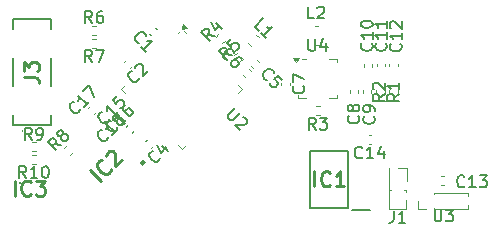
<source format=gbr>
%TF.GenerationSoftware,KiCad,Pcbnew,8.0.6*%
%TF.CreationDate,2025-01-20T01:55:32+01:00*%
%TF.ProjectId,Thermometer_CD_Project,54686572-6d6f-46d6-9574-65725f43445f,rev?*%
%TF.SameCoordinates,Original*%
%TF.FileFunction,Legend,Top*%
%TF.FilePolarity,Positive*%
%FSLAX46Y46*%
G04 Gerber Fmt 4.6, Leading zero omitted, Abs format (unit mm)*
G04 Created by KiCad (PCBNEW 8.0.6) date 2025-01-20 01:55:32*
%MOMM*%
%LPD*%
G01*
G04 APERTURE LIST*
%ADD10C,0.150000*%
%ADD11C,0.254000*%
%ADD12C,0.120000*%
%ADD13C,0.200000*%
%ADD14C,0.100000*%
%ADD15C,0.250000*%
G04 APERTURE END LIST*
D10*
X165419580Y-89396666D02*
X165467200Y-89444285D01*
X165467200Y-89444285D02*
X165514819Y-89587142D01*
X165514819Y-89587142D02*
X165514819Y-89682380D01*
X165514819Y-89682380D02*
X165467200Y-89825237D01*
X165467200Y-89825237D02*
X165371961Y-89920475D01*
X165371961Y-89920475D02*
X165276723Y-89968094D01*
X165276723Y-89968094D02*
X165086247Y-90015713D01*
X165086247Y-90015713D02*
X164943390Y-90015713D01*
X164943390Y-90015713D02*
X164752914Y-89968094D01*
X164752914Y-89968094D02*
X164657676Y-89920475D01*
X164657676Y-89920475D02*
X164562438Y-89825237D01*
X164562438Y-89825237D02*
X164514819Y-89682380D01*
X164514819Y-89682380D02*
X164514819Y-89587142D01*
X164514819Y-89587142D02*
X164562438Y-89444285D01*
X164562438Y-89444285D02*
X164610057Y-89396666D01*
X164514819Y-89063332D02*
X164514819Y-88396666D01*
X164514819Y-88396666D02*
X165514819Y-88825237D01*
X144922885Y-94410669D02*
X144350466Y-94309654D01*
X144518824Y-94814730D02*
X143811718Y-94107623D01*
X143811718Y-94107623D02*
X144081092Y-93838249D01*
X144081092Y-93838249D02*
X144182107Y-93804577D01*
X144182107Y-93804577D02*
X144249450Y-93804577D01*
X144249450Y-93804577D02*
X144350466Y-93838249D01*
X144350466Y-93838249D02*
X144451481Y-93939264D01*
X144451481Y-93939264D02*
X144485153Y-94040280D01*
X144485153Y-94040280D02*
X144485153Y-94107623D01*
X144485153Y-94107623D02*
X144451481Y-94208638D01*
X144451481Y-94208638D02*
X144182107Y-94478012D01*
X144922885Y-93602547D02*
X144821870Y-93636219D01*
X144821870Y-93636219D02*
X144754527Y-93636219D01*
X144754527Y-93636219D02*
X144653511Y-93602547D01*
X144653511Y-93602547D02*
X144619840Y-93568875D01*
X144619840Y-93568875D02*
X144586168Y-93467860D01*
X144586168Y-93467860D02*
X144586168Y-93400516D01*
X144586168Y-93400516D02*
X144619840Y-93299501D01*
X144619840Y-93299501D02*
X144754527Y-93164814D01*
X144754527Y-93164814D02*
X144855542Y-93131142D01*
X144855542Y-93131142D02*
X144922885Y-93131142D01*
X144922885Y-93131142D02*
X145023901Y-93164814D01*
X145023901Y-93164814D02*
X145057572Y-93198486D01*
X145057572Y-93198486D02*
X145091244Y-93299501D01*
X145091244Y-93299501D02*
X145091244Y-93366845D01*
X145091244Y-93366845D02*
X145057572Y-93467860D01*
X145057572Y-93467860D02*
X144922885Y-93602547D01*
X144922885Y-93602547D02*
X144889214Y-93703562D01*
X144889214Y-93703562D02*
X144889214Y-93770906D01*
X144889214Y-93770906D02*
X144922885Y-93871921D01*
X144922885Y-93871921D02*
X145057572Y-94006608D01*
X145057572Y-94006608D02*
X145158588Y-94040280D01*
X145158588Y-94040280D02*
X145225931Y-94040280D01*
X145225931Y-94040280D02*
X145326946Y-94006608D01*
X145326946Y-94006608D02*
X145461633Y-93871921D01*
X145461633Y-93871921D02*
X145495305Y-93770906D01*
X145495305Y-93770906D02*
X145495305Y-93703562D01*
X145495305Y-93703562D02*
X145461633Y-93602547D01*
X145461633Y-93602547D02*
X145326946Y-93467860D01*
X145326946Y-93467860D02*
X145225931Y-93434188D01*
X145225931Y-93434188D02*
X145158588Y-93434188D01*
X145158588Y-93434188D02*
X145057572Y-93467860D01*
X146540038Y-91327997D02*
X146540038Y-91395341D01*
X146540038Y-91395341D02*
X146472694Y-91530028D01*
X146472694Y-91530028D02*
X146405351Y-91597371D01*
X146405351Y-91597371D02*
X146270664Y-91664715D01*
X146270664Y-91664715D02*
X146135977Y-91664715D01*
X146135977Y-91664715D02*
X146034962Y-91631043D01*
X146034962Y-91631043D02*
X145866603Y-91530028D01*
X145866603Y-91530028D02*
X145765588Y-91429013D01*
X145765588Y-91429013D02*
X145664572Y-91260654D01*
X145664572Y-91260654D02*
X145630901Y-91159639D01*
X145630901Y-91159639D02*
X145630901Y-91024952D01*
X145630901Y-91024952D02*
X145698244Y-90890265D01*
X145698244Y-90890265D02*
X145765588Y-90822921D01*
X145765588Y-90822921D02*
X145900275Y-90755578D01*
X145900275Y-90755578D02*
X145967618Y-90755578D01*
X147280816Y-90721906D02*
X146876755Y-91125967D01*
X147078786Y-90923936D02*
X146371679Y-90216830D01*
X146371679Y-90216830D02*
X146405351Y-90385188D01*
X146405351Y-90385188D02*
X146405351Y-90519875D01*
X146405351Y-90519875D02*
X146371679Y-90620891D01*
X146809412Y-89779097D02*
X147280817Y-89307692D01*
X147280817Y-89307692D02*
X147684878Y-90317845D01*
X151507786Y-85723274D02*
X151440442Y-85723274D01*
X151440442Y-85723274D02*
X151305755Y-85655930D01*
X151305755Y-85655930D02*
X151238412Y-85588587D01*
X151238412Y-85588587D02*
X151171068Y-85453900D01*
X151171068Y-85453900D02*
X151171068Y-85319213D01*
X151171068Y-85319213D02*
X151204740Y-85218198D01*
X151204740Y-85218198D02*
X151305755Y-85049839D01*
X151305755Y-85049839D02*
X151406770Y-84948824D01*
X151406770Y-84948824D02*
X151575129Y-84847808D01*
X151575129Y-84847808D02*
X151676144Y-84814137D01*
X151676144Y-84814137D02*
X151810831Y-84814137D01*
X151810831Y-84814137D02*
X151945518Y-84881480D01*
X151945518Y-84881480D02*
X152012862Y-84948824D01*
X152012862Y-84948824D02*
X152080205Y-85083511D01*
X152080205Y-85083511D02*
X152080205Y-85150854D01*
X152113877Y-86464052D02*
X151709816Y-86059991D01*
X151911847Y-86262022D02*
X152618953Y-85554915D01*
X152618953Y-85554915D02*
X152450595Y-85588587D01*
X152450595Y-85588587D02*
X152315908Y-85588587D01*
X152315908Y-85588587D02*
X152214892Y-85554915D01*
X171379580Y-91966666D02*
X171427200Y-92014285D01*
X171427200Y-92014285D02*
X171474819Y-92157142D01*
X171474819Y-92157142D02*
X171474819Y-92252380D01*
X171474819Y-92252380D02*
X171427200Y-92395237D01*
X171427200Y-92395237D02*
X171331961Y-92490475D01*
X171331961Y-92490475D02*
X171236723Y-92538094D01*
X171236723Y-92538094D02*
X171046247Y-92585713D01*
X171046247Y-92585713D02*
X170903390Y-92585713D01*
X170903390Y-92585713D02*
X170712914Y-92538094D01*
X170712914Y-92538094D02*
X170617676Y-92490475D01*
X170617676Y-92490475D02*
X170522438Y-92395237D01*
X170522438Y-92395237D02*
X170474819Y-92252380D01*
X170474819Y-92252380D02*
X170474819Y-92157142D01*
X170474819Y-92157142D02*
X170522438Y-92014285D01*
X170522438Y-92014285D02*
X170570057Y-91966666D01*
X171474819Y-91490475D02*
X171474819Y-91299999D01*
X171474819Y-91299999D02*
X171427200Y-91204761D01*
X171427200Y-91204761D02*
X171379580Y-91157142D01*
X171379580Y-91157142D02*
X171236723Y-91061904D01*
X171236723Y-91061904D02*
X171046247Y-91014285D01*
X171046247Y-91014285D02*
X170665295Y-91014285D01*
X170665295Y-91014285D02*
X170570057Y-91061904D01*
X170570057Y-91061904D02*
X170522438Y-91109523D01*
X170522438Y-91109523D02*
X170474819Y-91204761D01*
X170474819Y-91204761D02*
X170474819Y-91395237D01*
X170474819Y-91395237D02*
X170522438Y-91490475D01*
X170522438Y-91490475D02*
X170570057Y-91538094D01*
X170570057Y-91538094D02*
X170665295Y-91585713D01*
X170665295Y-91585713D02*
X170903390Y-91585713D01*
X170903390Y-91585713D02*
X170998628Y-91538094D01*
X170998628Y-91538094D02*
X171046247Y-91490475D01*
X171046247Y-91490475D02*
X171093866Y-91395237D01*
X171093866Y-91395237D02*
X171093866Y-91204761D01*
X171093866Y-91204761D02*
X171046247Y-91109523D01*
X171046247Y-91109523D02*
X170998628Y-91061904D01*
X170998628Y-91061904D02*
X170903390Y-91014285D01*
D11*
X141754318Y-88623332D02*
X142661461Y-88623332D01*
X142661461Y-88623332D02*
X142842889Y-88683809D01*
X142842889Y-88683809D02*
X142963842Y-88804761D01*
X142963842Y-88804761D02*
X143024318Y-88986190D01*
X143024318Y-88986190D02*
X143024318Y-89107142D01*
X141754318Y-88139523D02*
X141754318Y-87353332D01*
X141754318Y-87353332D02*
X142238127Y-87776666D01*
X142238127Y-87776666D02*
X142238127Y-87595237D01*
X142238127Y-87595237D02*
X142298603Y-87474285D01*
X142298603Y-87474285D02*
X142359080Y-87413809D01*
X142359080Y-87413809D02*
X142480032Y-87353332D01*
X142480032Y-87353332D02*
X142782413Y-87353332D01*
X142782413Y-87353332D02*
X142903365Y-87413809D01*
X142903365Y-87413809D02*
X142963842Y-87474285D01*
X142963842Y-87474285D02*
X143024318Y-87595237D01*
X143024318Y-87595237D02*
X143024318Y-87958094D01*
X143024318Y-87958094D02*
X142963842Y-88079047D01*
X142963842Y-88079047D02*
X142903365Y-88139523D01*
X141010237Y-98674318D02*
X141010237Y-97404318D01*
X142340714Y-98553365D02*
X142280238Y-98613842D01*
X142280238Y-98613842D02*
X142098809Y-98674318D01*
X142098809Y-98674318D02*
X141977857Y-98674318D01*
X141977857Y-98674318D02*
X141796428Y-98613842D01*
X141796428Y-98613842D02*
X141675476Y-98492889D01*
X141675476Y-98492889D02*
X141614999Y-98371937D01*
X141614999Y-98371937D02*
X141554523Y-98130032D01*
X141554523Y-98130032D02*
X141554523Y-97948603D01*
X141554523Y-97948603D02*
X141614999Y-97706699D01*
X141614999Y-97706699D02*
X141675476Y-97585746D01*
X141675476Y-97585746D02*
X141796428Y-97464794D01*
X141796428Y-97464794D02*
X141977857Y-97404318D01*
X141977857Y-97404318D02*
X142098809Y-97404318D01*
X142098809Y-97404318D02*
X142280238Y-97464794D01*
X142280238Y-97464794D02*
X142340714Y-97525270D01*
X142764047Y-97404318D02*
X143550238Y-97404318D01*
X143550238Y-97404318D02*
X143126904Y-97888127D01*
X143126904Y-97888127D02*
X143308333Y-97888127D01*
X143308333Y-97888127D02*
X143429285Y-97948603D01*
X143429285Y-97948603D02*
X143489761Y-98009080D01*
X143489761Y-98009080D02*
X143550238Y-98130032D01*
X143550238Y-98130032D02*
X143550238Y-98432413D01*
X143550238Y-98432413D02*
X143489761Y-98553365D01*
X143489761Y-98553365D02*
X143429285Y-98613842D01*
X143429285Y-98613842D02*
X143308333Y-98674318D01*
X143308333Y-98674318D02*
X142945476Y-98674318D01*
X142945476Y-98674318D02*
X142824523Y-98613842D01*
X142824523Y-98613842D02*
X142764047Y-98553365D01*
D10*
X173066666Y-99954819D02*
X173066666Y-100669104D01*
X173066666Y-100669104D02*
X173019047Y-100811961D01*
X173019047Y-100811961D02*
X172923809Y-100907200D01*
X172923809Y-100907200D02*
X172780952Y-100954819D01*
X172780952Y-100954819D02*
X172685714Y-100954819D01*
X174066666Y-100954819D02*
X173495238Y-100954819D01*
X173780952Y-100954819D02*
X173780952Y-99954819D01*
X173780952Y-99954819D02*
X173685714Y-100097676D01*
X173685714Y-100097676D02*
X173590476Y-100192914D01*
X173590476Y-100192914D02*
X173495238Y-100240533D01*
X165859095Y-85404819D02*
X165859095Y-86214342D01*
X165859095Y-86214342D02*
X165906714Y-86309580D01*
X165906714Y-86309580D02*
X165954333Y-86357200D01*
X165954333Y-86357200D02*
X166049571Y-86404819D01*
X166049571Y-86404819D02*
X166240047Y-86404819D01*
X166240047Y-86404819D02*
X166335285Y-86357200D01*
X166335285Y-86357200D02*
X166382904Y-86309580D01*
X166382904Y-86309580D02*
X166430523Y-86214342D01*
X166430523Y-86214342D02*
X166430523Y-85404819D01*
X167335285Y-85738152D02*
X167335285Y-86404819D01*
X167097190Y-85357200D02*
X166859095Y-86071485D01*
X166859095Y-86071485D02*
X167478142Y-86071485D01*
X157903754Y-85139456D02*
X157331335Y-85038441D01*
X157499693Y-85543517D02*
X156792587Y-84836410D01*
X156792587Y-84836410D02*
X157061961Y-84567036D01*
X157061961Y-84567036D02*
X157162976Y-84533364D01*
X157162976Y-84533364D02*
X157230319Y-84533364D01*
X157230319Y-84533364D02*
X157331335Y-84567036D01*
X157331335Y-84567036D02*
X157432350Y-84668051D01*
X157432350Y-84668051D02*
X157466022Y-84769067D01*
X157466022Y-84769067D02*
X157466022Y-84836410D01*
X157466022Y-84836410D02*
X157432350Y-84937425D01*
X157432350Y-84937425D02*
X157162976Y-85206799D01*
X158038441Y-84061960D02*
X158509846Y-84533364D01*
X157600709Y-83960945D02*
X157937426Y-84634380D01*
X157937426Y-84634380D02*
X158375159Y-84196647D01*
X159403754Y-86739456D02*
X158831335Y-86638441D01*
X158999693Y-87143517D02*
X158292587Y-86436410D01*
X158292587Y-86436410D02*
X158561961Y-86167036D01*
X158561961Y-86167036D02*
X158662976Y-86133364D01*
X158662976Y-86133364D02*
X158730319Y-86133364D01*
X158730319Y-86133364D02*
X158831335Y-86167036D01*
X158831335Y-86167036D02*
X158932350Y-86268051D01*
X158932350Y-86268051D02*
X158966022Y-86369067D01*
X158966022Y-86369067D02*
X158966022Y-86436410D01*
X158966022Y-86436410D02*
X158932350Y-86537425D01*
X158932350Y-86537425D02*
X158662976Y-86806799D01*
X159336411Y-85392586D02*
X158999693Y-85729303D01*
X158999693Y-85729303D02*
X159302739Y-86099693D01*
X159302739Y-86099693D02*
X159302739Y-86032349D01*
X159302739Y-86032349D02*
X159336411Y-85931334D01*
X159336411Y-85931334D02*
X159504770Y-85762975D01*
X159504770Y-85762975D02*
X159605785Y-85729303D01*
X159605785Y-85729303D02*
X159673128Y-85729303D01*
X159673128Y-85729303D02*
X159774144Y-85762975D01*
X159774144Y-85762975D02*
X159942502Y-85931334D01*
X159942502Y-85931334D02*
X159976174Y-86032349D01*
X159976174Y-86032349D02*
X159976174Y-86099693D01*
X159976174Y-86099693D02*
X159942502Y-86200708D01*
X159942502Y-86200708D02*
X159774144Y-86369067D01*
X159774144Y-86369067D02*
X159673128Y-86402738D01*
X159673128Y-86402738D02*
X159605785Y-86402738D01*
X142433333Y-93954819D02*
X142100000Y-93478628D01*
X141861905Y-93954819D02*
X141861905Y-92954819D01*
X141861905Y-92954819D02*
X142242857Y-92954819D01*
X142242857Y-92954819D02*
X142338095Y-93002438D01*
X142338095Y-93002438D02*
X142385714Y-93050057D01*
X142385714Y-93050057D02*
X142433333Y-93145295D01*
X142433333Y-93145295D02*
X142433333Y-93288152D01*
X142433333Y-93288152D02*
X142385714Y-93383390D01*
X142385714Y-93383390D02*
X142338095Y-93431009D01*
X142338095Y-93431009D02*
X142242857Y-93478628D01*
X142242857Y-93478628D02*
X141861905Y-93478628D01*
X142909524Y-93954819D02*
X143100000Y-93954819D01*
X143100000Y-93954819D02*
X143195238Y-93907200D01*
X143195238Y-93907200D02*
X143242857Y-93859580D01*
X143242857Y-93859580D02*
X143338095Y-93716723D01*
X143338095Y-93716723D02*
X143385714Y-93526247D01*
X143385714Y-93526247D02*
X143385714Y-93145295D01*
X143385714Y-93145295D02*
X143338095Y-93050057D01*
X143338095Y-93050057D02*
X143290476Y-93002438D01*
X143290476Y-93002438D02*
X143195238Y-92954819D01*
X143195238Y-92954819D02*
X143004762Y-92954819D01*
X143004762Y-92954819D02*
X142909524Y-93002438D01*
X142909524Y-93002438D02*
X142861905Y-93050057D01*
X142861905Y-93050057D02*
X142814286Y-93145295D01*
X142814286Y-93145295D02*
X142814286Y-93383390D01*
X142814286Y-93383390D02*
X142861905Y-93478628D01*
X142861905Y-93478628D02*
X142909524Y-93526247D01*
X142909524Y-93526247D02*
X143004762Y-93573866D01*
X143004762Y-93573866D02*
X143195238Y-93573866D01*
X143195238Y-93573866D02*
X143290476Y-93526247D01*
X143290476Y-93526247D02*
X143338095Y-93478628D01*
X143338095Y-93478628D02*
X143385714Y-93383390D01*
X148959449Y-92188586D02*
X148959449Y-92255930D01*
X148959449Y-92255930D02*
X148892105Y-92390617D01*
X148892105Y-92390617D02*
X148824762Y-92457960D01*
X148824762Y-92457960D02*
X148690075Y-92525304D01*
X148690075Y-92525304D02*
X148555388Y-92525304D01*
X148555388Y-92525304D02*
X148454373Y-92491632D01*
X148454373Y-92491632D02*
X148286014Y-92390617D01*
X148286014Y-92390617D02*
X148184999Y-92289602D01*
X148184999Y-92289602D02*
X148083983Y-92121243D01*
X148083983Y-92121243D02*
X148050312Y-92020228D01*
X148050312Y-92020228D02*
X148050312Y-91885541D01*
X148050312Y-91885541D02*
X148117655Y-91750854D01*
X148117655Y-91750854D02*
X148184999Y-91683510D01*
X148184999Y-91683510D02*
X148319686Y-91616167D01*
X148319686Y-91616167D02*
X148387029Y-91616167D01*
X149700227Y-91582495D02*
X149296166Y-91986556D01*
X149498197Y-91784525D02*
X148791090Y-91077419D01*
X148791090Y-91077419D02*
X148824762Y-91245777D01*
X148824762Y-91245777D02*
X148824762Y-91380464D01*
X148824762Y-91380464D02*
X148791090Y-91481480D01*
X149632884Y-90235625D02*
X149296166Y-90572342D01*
X149296166Y-90572342D02*
X149599212Y-90942731D01*
X149599212Y-90942731D02*
X149599212Y-90875388D01*
X149599212Y-90875388D02*
X149632884Y-90774373D01*
X149632884Y-90774373D02*
X149801243Y-90606014D01*
X149801243Y-90606014D02*
X149902258Y-90572342D01*
X149902258Y-90572342D02*
X149969602Y-90572342D01*
X149969602Y-90572342D02*
X150070617Y-90606014D01*
X150070617Y-90606014D02*
X150238976Y-90774373D01*
X150238976Y-90774373D02*
X150272647Y-90875388D01*
X150272647Y-90875388D02*
X150272647Y-90942731D01*
X150272647Y-90942731D02*
X150238976Y-91043747D01*
X150238976Y-91043747D02*
X150070617Y-91212105D01*
X150070617Y-91212105D02*
X149969602Y-91245777D01*
X149969602Y-91245777D02*
X149902258Y-91245777D01*
X173649580Y-85822857D02*
X173697200Y-85870476D01*
X173697200Y-85870476D02*
X173744819Y-86013333D01*
X173744819Y-86013333D02*
X173744819Y-86108571D01*
X173744819Y-86108571D02*
X173697200Y-86251428D01*
X173697200Y-86251428D02*
X173601961Y-86346666D01*
X173601961Y-86346666D02*
X173506723Y-86394285D01*
X173506723Y-86394285D02*
X173316247Y-86441904D01*
X173316247Y-86441904D02*
X173173390Y-86441904D01*
X173173390Y-86441904D02*
X172982914Y-86394285D01*
X172982914Y-86394285D02*
X172887676Y-86346666D01*
X172887676Y-86346666D02*
X172792438Y-86251428D01*
X172792438Y-86251428D02*
X172744819Y-86108571D01*
X172744819Y-86108571D02*
X172744819Y-86013333D01*
X172744819Y-86013333D02*
X172792438Y-85870476D01*
X172792438Y-85870476D02*
X172840057Y-85822857D01*
X173744819Y-84870476D02*
X173744819Y-85441904D01*
X173744819Y-85156190D02*
X172744819Y-85156190D01*
X172744819Y-85156190D02*
X172887676Y-85251428D01*
X172887676Y-85251428D02*
X172982914Y-85346666D01*
X172982914Y-85346666D02*
X173030533Y-85441904D01*
X172840057Y-84489523D02*
X172792438Y-84441904D01*
X172792438Y-84441904D02*
X172744819Y-84346666D01*
X172744819Y-84346666D02*
X172744819Y-84108571D01*
X172744819Y-84108571D02*
X172792438Y-84013333D01*
X172792438Y-84013333D02*
X172840057Y-83965714D01*
X172840057Y-83965714D02*
X172935295Y-83918095D01*
X172935295Y-83918095D02*
X173030533Y-83918095D01*
X173030533Y-83918095D02*
X173173390Y-83965714D01*
X173173390Y-83965714D02*
X173744819Y-84537142D01*
X173744819Y-84537142D02*
X173744819Y-83918095D01*
X162327887Y-88836411D02*
X162260543Y-88836411D01*
X162260543Y-88836411D02*
X162125856Y-88769067D01*
X162125856Y-88769067D02*
X162058513Y-88701724D01*
X162058513Y-88701724D02*
X161991169Y-88567037D01*
X161991169Y-88567037D02*
X161991169Y-88432350D01*
X161991169Y-88432350D02*
X162024841Y-88331335D01*
X162024841Y-88331335D02*
X162125856Y-88162976D01*
X162125856Y-88162976D02*
X162226871Y-88061961D01*
X162226871Y-88061961D02*
X162395230Y-87960945D01*
X162395230Y-87960945D02*
X162496245Y-87927274D01*
X162496245Y-87927274D02*
X162630932Y-87927274D01*
X162630932Y-87927274D02*
X162765619Y-87994617D01*
X162765619Y-87994617D02*
X162832963Y-88061961D01*
X162832963Y-88061961D02*
X162900306Y-88196648D01*
X162900306Y-88196648D02*
X162900306Y-88263991D01*
X163607413Y-88836411D02*
X163270696Y-88499693D01*
X163270696Y-88499693D02*
X162900306Y-88802739D01*
X162900306Y-88802739D02*
X162967650Y-88802739D01*
X162967650Y-88802739D02*
X163068665Y-88836411D01*
X163068665Y-88836411D02*
X163237024Y-89004770D01*
X163237024Y-89004770D02*
X163270696Y-89105785D01*
X163270696Y-89105785D02*
X163270696Y-89173128D01*
X163270696Y-89173128D02*
X163237024Y-89274144D01*
X163237024Y-89274144D02*
X163068665Y-89442502D01*
X163068665Y-89442502D02*
X162967650Y-89476174D01*
X162967650Y-89476174D02*
X162900306Y-89476174D01*
X162900306Y-89476174D02*
X162799291Y-89442502D01*
X162799291Y-89442502D02*
X162630932Y-89274144D01*
X162630932Y-89274144D02*
X162597261Y-89173128D01*
X162597261Y-89173128D02*
X162597261Y-89105785D01*
X171199580Y-85772857D02*
X171247200Y-85820476D01*
X171247200Y-85820476D02*
X171294819Y-85963333D01*
X171294819Y-85963333D02*
X171294819Y-86058571D01*
X171294819Y-86058571D02*
X171247200Y-86201428D01*
X171247200Y-86201428D02*
X171151961Y-86296666D01*
X171151961Y-86296666D02*
X171056723Y-86344285D01*
X171056723Y-86344285D02*
X170866247Y-86391904D01*
X170866247Y-86391904D02*
X170723390Y-86391904D01*
X170723390Y-86391904D02*
X170532914Y-86344285D01*
X170532914Y-86344285D02*
X170437676Y-86296666D01*
X170437676Y-86296666D02*
X170342438Y-86201428D01*
X170342438Y-86201428D02*
X170294819Y-86058571D01*
X170294819Y-86058571D02*
X170294819Y-85963333D01*
X170294819Y-85963333D02*
X170342438Y-85820476D01*
X170342438Y-85820476D02*
X170390057Y-85772857D01*
X171294819Y-84820476D02*
X171294819Y-85391904D01*
X171294819Y-85106190D02*
X170294819Y-85106190D01*
X170294819Y-85106190D02*
X170437676Y-85201428D01*
X170437676Y-85201428D02*
X170532914Y-85296666D01*
X170532914Y-85296666D02*
X170580533Y-85391904D01*
X170294819Y-84201428D02*
X170294819Y-84106190D01*
X170294819Y-84106190D02*
X170342438Y-84010952D01*
X170342438Y-84010952D02*
X170390057Y-83963333D01*
X170390057Y-83963333D02*
X170485295Y-83915714D01*
X170485295Y-83915714D02*
X170675771Y-83868095D01*
X170675771Y-83868095D02*
X170913866Y-83868095D01*
X170913866Y-83868095D02*
X171104342Y-83915714D01*
X171104342Y-83915714D02*
X171199580Y-83963333D01*
X171199580Y-83963333D02*
X171247200Y-84010952D01*
X171247200Y-84010952D02*
X171294819Y-84106190D01*
X171294819Y-84106190D02*
X171294819Y-84201428D01*
X171294819Y-84201428D02*
X171247200Y-84296666D01*
X171247200Y-84296666D02*
X171199580Y-84344285D01*
X171199580Y-84344285D02*
X171104342Y-84391904D01*
X171104342Y-84391904D02*
X170913866Y-84439523D01*
X170913866Y-84439523D02*
X170675771Y-84439523D01*
X170675771Y-84439523D02*
X170485295Y-84391904D01*
X170485295Y-84391904D02*
X170390057Y-84344285D01*
X170390057Y-84344285D02*
X170342438Y-84296666D01*
X170342438Y-84296666D02*
X170294819Y-84201428D01*
X151506798Y-88708975D02*
X151506798Y-88776319D01*
X151506798Y-88776319D02*
X151439454Y-88911006D01*
X151439454Y-88911006D02*
X151372111Y-88978349D01*
X151372111Y-88978349D02*
X151237424Y-89045693D01*
X151237424Y-89045693D02*
X151102737Y-89045693D01*
X151102737Y-89045693D02*
X151001722Y-89012021D01*
X151001722Y-89012021D02*
X150833363Y-88911006D01*
X150833363Y-88911006D02*
X150732348Y-88809991D01*
X150732348Y-88809991D02*
X150631332Y-88641632D01*
X150631332Y-88641632D02*
X150597661Y-88540617D01*
X150597661Y-88540617D02*
X150597661Y-88405930D01*
X150597661Y-88405930D02*
X150665004Y-88271243D01*
X150665004Y-88271243D02*
X150732348Y-88203899D01*
X150732348Y-88203899D02*
X150867035Y-88136556D01*
X150867035Y-88136556D02*
X150934378Y-88136556D01*
X151203752Y-87867182D02*
X151203752Y-87799838D01*
X151203752Y-87799838D02*
X151237424Y-87698823D01*
X151237424Y-87698823D02*
X151405783Y-87530464D01*
X151405783Y-87530464D02*
X151506798Y-87496792D01*
X151506798Y-87496792D02*
X151574141Y-87496792D01*
X151574141Y-87496792D02*
X151675157Y-87530464D01*
X151675157Y-87530464D02*
X151742500Y-87597808D01*
X151742500Y-87597808D02*
X151809844Y-87732495D01*
X151809844Y-87732495D02*
X151809844Y-88540617D01*
X151809844Y-88540617D02*
X152247576Y-88102884D01*
X159646753Y-91275750D02*
X159074333Y-91848170D01*
X159074333Y-91848170D02*
X159040661Y-91949185D01*
X159040661Y-91949185D02*
X159040661Y-92016529D01*
X159040661Y-92016529D02*
X159074333Y-92117544D01*
X159074333Y-92117544D02*
X159209020Y-92252231D01*
X159209020Y-92252231D02*
X159310035Y-92285903D01*
X159310035Y-92285903D02*
X159377379Y-92285903D01*
X159377379Y-92285903D02*
X159478394Y-92252231D01*
X159478394Y-92252231D02*
X160050814Y-91679811D01*
X160286516Y-92050201D02*
X160353859Y-92050201D01*
X160353859Y-92050201D02*
X160454875Y-92083872D01*
X160454875Y-92083872D02*
X160623233Y-92252231D01*
X160623233Y-92252231D02*
X160656905Y-92353246D01*
X160656905Y-92353246D02*
X160656905Y-92420590D01*
X160656905Y-92420590D02*
X160623233Y-92521605D01*
X160623233Y-92521605D02*
X160555890Y-92588949D01*
X160555890Y-92588949D02*
X160421203Y-92656292D01*
X160421203Y-92656292D02*
X159613081Y-92656292D01*
X159613081Y-92656292D02*
X160050814Y-93094025D01*
X172399580Y-85772857D02*
X172447200Y-85820476D01*
X172447200Y-85820476D02*
X172494819Y-85963333D01*
X172494819Y-85963333D02*
X172494819Y-86058571D01*
X172494819Y-86058571D02*
X172447200Y-86201428D01*
X172447200Y-86201428D02*
X172351961Y-86296666D01*
X172351961Y-86296666D02*
X172256723Y-86344285D01*
X172256723Y-86344285D02*
X172066247Y-86391904D01*
X172066247Y-86391904D02*
X171923390Y-86391904D01*
X171923390Y-86391904D02*
X171732914Y-86344285D01*
X171732914Y-86344285D02*
X171637676Y-86296666D01*
X171637676Y-86296666D02*
X171542438Y-86201428D01*
X171542438Y-86201428D02*
X171494819Y-86058571D01*
X171494819Y-86058571D02*
X171494819Y-85963333D01*
X171494819Y-85963333D02*
X171542438Y-85820476D01*
X171542438Y-85820476D02*
X171590057Y-85772857D01*
X172494819Y-84820476D02*
X172494819Y-85391904D01*
X172494819Y-85106190D02*
X171494819Y-85106190D01*
X171494819Y-85106190D02*
X171637676Y-85201428D01*
X171637676Y-85201428D02*
X171732914Y-85296666D01*
X171732914Y-85296666D02*
X171780533Y-85391904D01*
X172494819Y-83868095D02*
X172494819Y-84439523D01*
X172494819Y-84153809D02*
X171494819Y-84153809D01*
X171494819Y-84153809D02*
X171637676Y-84249047D01*
X171637676Y-84249047D02*
X171732914Y-84344285D01*
X171732914Y-84344285D02*
X171780533Y-84439523D01*
X172304819Y-90041666D02*
X171828628Y-90374999D01*
X172304819Y-90613094D02*
X171304819Y-90613094D01*
X171304819Y-90613094D02*
X171304819Y-90232142D01*
X171304819Y-90232142D02*
X171352438Y-90136904D01*
X171352438Y-90136904D02*
X171400057Y-90089285D01*
X171400057Y-90089285D02*
X171495295Y-90041666D01*
X171495295Y-90041666D02*
X171638152Y-90041666D01*
X171638152Y-90041666D02*
X171733390Y-90089285D01*
X171733390Y-90089285D02*
X171781009Y-90136904D01*
X171781009Y-90136904D02*
X171828628Y-90232142D01*
X171828628Y-90232142D02*
X171828628Y-90613094D01*
X171400057Y-89660713D02*
X171352438Y-89613094D01*
X171352438Y-89613094D02*
X171304819Y-89517856D01*
X171304819Y-89517856D02*
X171304819Y-89279761D01*
X171304819Y-89279761D02*
X171352438Y-89184523D01*
X171352438Y-89184523D02*
X171400057Y-89136904D01*
X171400057Y-89136904D02*
X171495295Y-89089285D01*
X171495295Y-89089285D02*
X171590533Y-89089285D01*
X171590533Y-89089285D02*
X171733390Y-89136904D01*
X171733390Y-89136904D02*
X172304819Y-89708332D01*
X172304819Y-89708332D02*
X172304819Y-89089285D01*
X147533333Y-87354819D02*
X147200000Y-86878628D01*
X146961905Y-87354819D02*
X146961905Y-86354819D01*
X146961905Y-86354819D02*
X147342857Y-86354819D01*
X147342857Y-86354819D02*
X147438095Y-86402438D01*
X147438095Y-86402438D02*
X147485714Y-86450057D01*
X147485714Y-86450057D02*
X147533333Y-86545295D01*
X147533333Y-86545295D02*
X147533333Y-86688152D01*
X147533333Y-86688152D02*
X147485714Y-86783390D01*
X147485714Y-86783390D02*
X147438095Y-86831009D01*
X147438095Y-86831009D02*
X147342857Y-86878628D01*
X147342857Y-86878628D02*
X146961905Y-86878628D01*
X147866667Y-86354819D02*
X148533333Y-86354819D01*
X148533333Y-86354819D02*
X148104762Y-87354819D01*
X176538095Y-99854819D02*
X176538095Y-100664342D01*
X176538095Y-100664342D02*
X176585714Y-100759580D01*
X176585714Y-100759580D02*
X176633333Y-100807200D01*
X176633333Y-100807200D02*
X176728571Y-100854819D01*
X176728571Y-100854819D02*
X176919047Y-100854819D01*
X176919047Y-100854819D02*
X177014285Y-100807200D01*
X177014285Y-100807200D02*
X177061904Y-100759580D01*
X177061904Y-100759580D02*
X177109523Y-100664342D01*
X177109523Y-100664342D02*
X177109523Y-99854819D01*
X177490476Y-99854819D02*
X178109523Y-99854819D01*
X178109523Y-99854819D02*
X177776190Y-100235771D01*
X177776190Y-100235771D02*
X177919047Y-100235771D01*
X177919047Y-100235771D02*
X178014285Y-100283390D01*
X178014285Y-100283390D02*
X178061904Y-100331009D01*
X178061904Y-100331009D02*
X178109523Y-100426247D01*
X178109523Y-100426247D02*
X178109523Y-100664342D01*
X178109523Y-100664342D02*
X178061904Y-100759580D01*
X178061904Y-100759580D02*
X178014285Y-100807200D01*
X178014285Y-100807200D02*
X177919047Y-100854819D01*
X177919047Y-100854819D02*
X177633333Y-100854819D01*
X177633333Y-100854819D02*
X177538095Y-100807200D01*
X177538095Y-100807200D02*
X177490476Y-100759580D01*
X147533333Y-84054819D02*
X147200000Y-83578628D01*
X146961905Y-84054819D02*
X146961905Y-83054819D01*
X146961905Y-83054819D02*
X147342857Y-83054819D01*
X147342857Y-83054819D02*
X147438095Y-83102438D01*
X147438095Y-83102438D02*
X147485714Y-83150057D01*
X147485714Y-83150057D02*
X147533333Y-83245295D01*
X147533333Y-83245295D02*
X147533333Y-83388152D01*
X147533333Y-83388152D02*
X147485714Y-83483390D01*
X147485714Y-83483390D02*
X147438095Y-83531009D01*
X147438095Y-83531009D02*
X147342857Y-83578628D01*
X147342857Y-83578628D02*
X146961905Y-83578628D01*
X148390476Y-83054819D02*
X148200000Y-83054819D01*
X148200000Y-83054819D02*
X148104762Y-83102438D01*
X148104762Y-83102438D02*
X148057143Y-83150057D01*
X148057143Y-83150057D02*
X147961905Y-83292914D01*
X147961905Y-83292914D02*
X147914286Y-83483390D01*
X147914286Y-83483390D02*
X147914286Y-83864342D01*
X147914286Y-83864342D02*
X147961905Y-83959580D01*
X147961905Y-83959580D02*
X148009524Y-84007200D01*
X148009524Y-84007200D02*
X148104762Y-84054819D01*
X148104762Y-84054819D02*
X148295238Y-84054819D01*
X148295238Y-84054819D02*
X148390476Y-84007200D01*
X148390476Y-84007200D02*
X148438095Y-83959580D01*
X148438095Y-83959580D02*
X148485714Y-83864342D01*
X148485714Y-83864342D02*
X148485714Y-83626247D01*
X148485714Y-83626247D02*
X148438095Y-83531009D01*
X148438095Y-83531009D02*
X148390476Y-83483390D01*
X148390476Y-83483390D02*
X148295238Y-83435771D01*
X148295238Y-83435771D02*
X148104762Y-83435771D01*
X148104762Y-83435771D02*
X148009524Y-83483390D01*
X148009524Y-83483390D02*
X147961905Y-83531009D01*
X147961905Y-83531009D02*
X147914286Y-83626247D01*
D11*
X166360237Y-97874318D02*
X166360237Y-96604318D01*
X167690714Y-97753365D02*
X167630238Y-97813842D01*
X167630238Y-97813842D02*
X167448809Y-97874318D01*
X167448809Y-97874318D02*
X167327857Y-97874318D01*
X167327857Y-97874318D02*
X167146428Y-97813842D01*
X167146428Y-97813842D02*
X167025476Y-97692889D01*
X167025476Y-97692889D02*
X166964999Y-97571937D01*
X166964999Y-97571937D02*
X166904523Y-97330032D01*
X166904523Y-97330032D02*
X166904523Y-97148603D01*
X166904523Y-97148603D02*
X166964999Y-96906699D01*
X166964999Y-96906699D02*
X167025476Y-96785746D01*
X167025476Y-96785746D02*
X167146428Y-96664794D01*
X167146428Y-96664794D02*
X167327857Y-96604318D01*
X167327857Y-96604318D02*
X167448809Y-96604318D01*
X167448809Y-96604318D02*
X167630238Y-96664794D01*
X167630238Y-96664794D02*
X167690714Y-96725270D01*
X168900238Y-97874318D02*
X168174523Y-97874318D01*
X168537380Y-97874318D02*
X168537380Y-96604318D01*
X168537380Y-96604318D02*
X168416428Y-96785746D01*
X168416428Y-96785746D02*
X168295476Y-96906699D01*
X168295476Y-96906699D02*
X168174523Y-96967175D01*
D10*
X166333333Y-83654819D02*
X165857143Y-83654819D01*
X165857143Y-83654819D02*
X165857143Y-82654819D01*
X166619048Y-82750057D02*
X166666667Y-82702438D01*
X166666667Y-82702438D02*
X166761905Y-82654819D01*
X166761905Y-82654819D02*
X167000000Y-82654819D01*
X167000000Y-82654819D02*
X167095238Y-82702438D01*
X167095238Y-82702438D02*
X167142857Y-82750057D01*
X167142857Y-82750057D02*
X167190476Y-82845295D01*
X167190476Y-82845295D02*
X167190476Y-82940533D01*
X167190476Y-82940533D02*
X167142857Y-83083390D01*
X167142857Y-83083390D02*
X166571429Y-83654819D01*
X166571429Y-83654819D02*
X167190476Y-83654819D01*
X173544819Y-90041666D02*
X173068628Y-90374999D01*
X173544819Y-90613094D02*
X172544819Y-90613094D01*
X172544819Y-90613094D02*
X172544819Y-90232142D01*
X172544819Y-90232142D02*
X172592438Y-90136904D01*
X172592438Y-90136904D02*
X172640057Y-90089285D01*
X172640057Y-90089285D02*
X172735295Y-90041666D01*
X172735295Y-90041666D02*
X172878152Y-90041666D01*
X172878152Y-90041666D02*
X172973390Y-90089285D01*
X172973390Y-90089285D02*
X173021009Y-90136904D01*
X173021009Y-90136904D02*
X173068628Y-90232142D01*
X173068628Y-90232142D02*
X173068628Y-90613094D01*
X173544819Y-89089285D02*
X173544819Y-89660713D01*
X173544819Y-89374999D02*
X172544819Y-89374999D01*
X172544819Y-89374999D02*
X172687676Y-89470237D01*
X172687676Y-89470237D02*
X172782914Y-89565475D01*
X172782914Y-89565475D02*
X172830533Y-89660713D01*
X158994649Y-87169363D02*
X158927305Y-87169363D01*
X158927305Y-87169363D02*
X158792618Y-87102019D01*
X158792618Y-87102019D02*
X158725275Y-87034676D01*
X158725275Y-87034676D02*
X158657931Y-86899989D01*
X158657931Y-86899989D02*
X158657931Y-86765302D01*
X158657931Y-86765302D02*
X158691603Y-86664287D01*
X158691603Y-86664287D02*
X158792618Y-86495928D01*
X158792618Y-86495928D02*
X158893633Y-86394913D01*
X158893633Y-86394913D02*
X159061992Y-86293897D01*
X159061992Y-86293897D02*
X159163007Y-86260226D01*
X159163007Y-86260226D02*
X159297694Y-86260226D01*
X159297694Y-86260226D02*
X159432381Y-86327569D01*
X159432381Y-86327569D02*
X159499725Y-86394913D01*
X159499725Y-86394913D02*
X159567068Y-86529600D01*
X159567068Y-86529600D02*
X159567068Y-86596943D01*
X160240503Y-87135691D02*
X160105816Y-87001004D01*
X160105816Y-87001004D02*
X160004801Y-86967332D01*
X160004801Y-86967332D02*
X159937458Y-86967332D01*
X159937458Y-86967332D02*
X159769099Y-87001004D01*
X159769099Y-87001004D02*
X159600740Y-87102019D01*
X159600740Y-87102019D02*
X159331366Y-87371393D01*
X159331366Y-87371393D02*
X159297694Y-87472409D01*
X159297694Y-87472409D02*
X159297694Y-87539752D01*
X159297694Y-87539752D02*
X159331366Y-87640767D01*
X159331366Y-87640767D02*
X159466053Y-87775454D01*
X159466053Y-87775454D02*
X159567068Y-87809126D01*
X159567068Y-87809126D02*
X159634412Y-87809126D01*
X159634412Y-87809126D02*
X159735427Y-87775454D01*
X159735427Y-87775454D02*
X159903786Y-87607096D01*
X159903786Y-87607096D02*
X159937458Y-87506080D01*
X159937458Y-87506080D02*
X159937458Y-87438737D01*
X159937458Y-87438737D02*
X159903786Y-87337722D01*
X159903786Y-87337722D02*
X159769099Y-87203035D01*
X159769099Y-87203035D02*
X159668084Y-87169363D01*
X159668084Y-87169363D02*
X159600740Y-87169363D01*
X159600740Y-87169363D02*
X159499725Y-87203035D01*
D11*
X148266718Y-97432748D02*
X147368692Y-96534722D01*
X149121980Y-96406433D02*
X149121980Y-96491959D01*
X149121980Y-96491959D02*
X149036454Y-96663012D01*
X149036454Y-96663012D02*
X148950928Y-96748538D01*
X148950928Y-96748538D02*
X148779875Y-96834064D01*
X148779875Y-96834064D02*
X148608823Y-96834064D01*
X148608823Y-96834064D02*
X148480533Y-96791301D01*
X148480533Y-96791301D02*
X148266718Y-96663012D01*
X148266718Y-96663012D02*
X148138428Y-96534722D01*
X148138428Y-96534722D02*
X148010139Y-96320907D01*
X148010139Y-96320907D02*
X147967376Y-96192617D01*
X147967376Y-96192617D02*
X147967376Y-96021565D01*
X147967376Y-96021565D02*
X148052902Y-95850512D01*
X148052902Y-95850512D02*
X148138428Y-95764986D01*
X148138428Y-95764986D02*
X148309481Y-95679460D01*
X148309481Y-95679460D02*
X148395007Y-95679460D01*
X148737112Y-95337355D02*
X148737112Y-95251829D01*
X148737112Y-95251829D02*
X148779875Y-95123539D01*
X148779875Y-95123539D02*
X148993691Y-94909724D01*
X148993691Y-94909724D02*
X149121980Y-94866960D01*
X149121980Y-94866960D02*
X149207506Y-94866960D01*
X149207506Y-94866960D02*
X149335796Y-94909724D01*
X149335796Y-94909724D02*
X149421322Y-94995250D01*
X149421322Y-94995250D02*
X149506848Y-95166302D01*
X149506848Y-95166302D02*
X149506848Y-96192617D01*
X149506848Y-96192617D02*
X150062769Y-95636697D01*
D10*
X166483333Y-93074819D02*
X166150000Y-92598628D01*
X165911905Y-93074819D02*
X165911905Y-92074819D01*
X165911905Y-92074819D02*
X166292857Y-92074819D01*
X166292857Y-92074819D02*
X166388095Y-92122438D01*
X166388095Y-92122438D02*
X166435714Y-92170057D01*
X166435714Y-92170057D02*
X166483333Y-92265295D01*
X166483333Y-92265295D02*
X166483333Y-92408152D01*
X166483333Y-92408152D02*
X166435714Y-92503390D01*
X166435714Y-92503390D02*
X166388095Y-92551009D01*
X166388095Y-92551009D02*
X166292857Y-92598628D01*
X166292857Y-92598628D02*
X165911905Y-92598628D01*
X166816667Y-92074819D02*
X167435714Y-92074819D01*
X167435714Y-92074819D02*
X167102381Y-92455771D01*
X167102381Y-92455771D02*
X167245238Y-92455771D01*
X167245238Y-92455771D02*
X167340476Y-92503390D01*
X167340476Y-92503390D02*
X167388095Y-92551009D01*
X167388095Y-92551009D02*
X167435714Y-92646247D01*
X167435714Y-92646247D02*
X167435714Y-92884342D01*
X167435714Y-92884342D02*
X167388095Y-92979580D01*
X167388095Y-92979580D02*
X167340476Y-93027200D01*
X167340476Y-93027200D02*
X167245238Y-93074819D01*
X167245238Y-93074819D02*
X166959524Y-93074819D01*
X166959524Y-93074819D02*
X166864286Y-93027200D01*
X166864286Y-93027200D02*
X166816667Y-92979580D01*
X141957142Y-97154819D02*
X141623809Y-96678628D01*
X141385714Y-97154819D02*
X141385714Y-96154819D01*
X141385714Y-96154819D02*
X141766666Y-96154819D01*
X141766666Y-96154819D02*
X141861904Y-96202438D01*
X141861904Y-96202438D02*
X141909523Y-96250057D01*
X141909523Y-96250057D02*
X141957142Y-96345295D01*
X141957142Y-96345295D02*
X141957142Y-96488152D01*
X141957142Y-96488152D02*
X141909523Y-96583390D01*
X141909523Y-96583390D02*
X141861904Y-96631009D01*
X141861904Y-96631009D02*
X141766666Y-96678628D01*
X141766666Y-96678628D02*
X141385714Y-96678628D01*
X142909523Y-97154819D02*
X142338095Y-97154819D01*
X142623809Y-97154819D02*
X142623809Y-96154819D01*
X142623809Y-96154819D02*
X142528571Y-96297676D01*
X142528571Y-96297676D02*
X142433333Y-96392914D01*
X142433333Y-96392914D02*
X142338095Y-96440533D01*
X143528571Y-96154819D02*
X143623809Y-96154819D01*
X143623809Y-96154819D02*
X143719047Y-96202438D01*
X143719047Y-96202438D02*
X143766666Y-96250057D01*
X143766666Y-96250057D02*
X143814285Y-96345295D01*
X143814285Y-96345295D02*
X143861904Y-96535771D01*
X143861904Y-96535771D02*
X143861904Y-96773866D01*
X143861904Y-96773866D02*
X143814285Y-96964342D01*
X143814285Y-96964342D02*
X143766666Y-97059580D01*
X143766666Y-97059580D02*
X143719047Y-97107200D01*
X143719047Y-97107200D02*
X143623809Y-97154819D01*
X143623809Y-97154819D02*
X143528571Y-97154819D01*
X143528571Y-97154819D02*
X143433333Y-97107200D01*
X143433333Y-97107200D02*
X143385714Y-97059580D01*
X143385714Y-97059580D02*
X143338095Y-96964342D01*
X143338095Y-96964342D02*
X143290476Y-96773866D01*
X143290476Y-96773866D02*
X143290476Y-96535771D01*
X143290476Y-96535771D02*
X143338095Y-96345295D01*
X143338095Y-96345295D02*
X143385714Y-96250057D01*
X143385714Y-96250057D02*
X143433333Y-96202438D01*
X143433333Y-96202438D02*
X143528571Y-96154819D01*
X153296066Y-95452945D02*
X153296066Y-95520289D01*
X153296066Y-95520289D02*
X153228722Y-95654976D01*
X153228722Y-95654976D02*
X153161379Y-95722319D01*
X153161379Y-95722319D02*
X153026692Y-95789663D01*
X153026692Y-95789663D02*
X152892005Y-95789663D01*
X152892005Y-95789663D02*
X152790990Y-95755991D01*
X152790990Y-95755991D02*
X152622631Y-95654976D01*
X152622631Y-95654976D02*
X152521616Y-95553961D01*
X152521616Y-95553961D02*
X152420600Y-95385602D01*
X152420600Y-95385602D02*
X152386929Y-95284587D01*
X152386929Y-95284587D02*
X152386929Y-95149900D01*
X152386929Y-95149900D02*
X152454272Y-95015213D01*
X152454272Y-95015213D02*
X152521616Y-94947869D01*
X152521616Y-94947869D02*
X152656303Y-94880526D01*
X152656303Y-94880526D02*
X152723646Y-94880526D01*
X153498096Y-94442793D02*
X153969501Y-94914197D01*
X153060364Y-94341778D02*
X153397081Y-95015213D01*
X153397081Y-95015213D02*
X153834814Y-94577480D01*
X161660543Y-84703754D02*
X161323825Y-84367037D01*
X161323825Y-84367037D02*
X162030932Y-83659930D01*
X162266635Y-85309846D02*
X161862574Y-84905785D01*
X162064604Y-85107815D02*
X162771711Y-84400709D01*
X162771711Y-84400709D02*
X162603352Y-84434380D01*
X162603352Y-84434380D02*
X162468665Y-84434380D01*
X162468665Y-84434380D02*
X162367650Y-84400709D01*
X179057142Y-97859580D02*
X179009523Y-97907200D01*
X179009523Y-97907200D02*
X178866666Y-97954819D01*
X178866666Y-97954819D02*
X178771428Y-97954819D01*
X178771428Y-97954819D02*
X178628571Y-97907200D01*
X178628571Y-97907200D02*
X178533333Y-97811961D01*
X178533333Y-97811961D02*
X178485714Y-97716723D01*
X178485714Y-97716723D02*
X178438095Y-97526247D01*
X178438095Y-97526247D02*
X178438095Y-97383390D01*
X178438095Y-97383390D02*
X178485714Y-97192914D01*
X178485714Y-97192914D02*
X178533333Y-97097676D01*
X178533333Y-97097676D02*
X178628571Y-97002438D01*
X178628571Y-97002438D02*
X178771428Y-96954819D01*
X178771428Y-96954819D02*
X178866666Y-96954819D01*
X178866666Y-96954819D02*
X179009523Y-97002438D01*
X179009523Y-97002438D02*
X179057142Y-97050057D01*
X180009523Y-97954819D02*
X179438095Y-97954819D01*
X179723809Y-97954819D02*
X179723809Y-96954819D01*
X179723809Y-96954819D02*
X179628571Y-97097676D01*
X179628571Y-97097676D02*
X179533333Y-97192914D01*
X179533333Y-97192914D02*
X179438095Y-97240533D01*
X180342857Y-96954819D02*
X180961904Y-96954819D01*
X180961904Y-96954819D02*
X180628571Y-97335771D01*
X180628571Y-97335771D02*
X180771428Y-97335771D01*
X180771428Y-97335771D02*
X180866666Y-97383390D01*
X180866666Y-97383390D02*
X180914285Y-97431009D01*
X180914285Y-97431009D02*
X180961904Y-97526247D01*
X180961904Y-97526247D02*
X180961904Y-97764342D01*
X180961904Y-97764342D02*
X180914285Y-97859580D01*
X180914285Y-97859580D02*
X180866666Y-97907200D01*
X180866666Y-97907200D02*
X180771428Y-97954819D01*
X180771428Y-97954819D02*
X180485714Y-97954819D01*
X180485714Y-97954819D02*
X180390476Y-97907200D01*
X180390476Y-97907200D02*
X180342857Y-97859580D01*
X148908810Y-93696769D02*
X148908810Y-93764113D01*
X148908810Y-93764113D02*
X148841466Y-93898800D01*
X148841466Y-93898800D02*
X148774123Y-93966143D01*
X148774123Y-93966143D02*
X148639436Y-94033487D01*
X148639436Y-94033487D02*
X148504749Y-94033487D01*
X148504749Y-94033487D02*
X148403734Y-93999815D01*
X148403734Y-93999815D02*
X148235375Y-93898800D01*
X148235375Y-93898800D02*
X148134360Y-93797785D01*
X148134360Y-93797785D02*
X148033344Y-93629426D01*
X148033344Y-93629426D02*
X147999673Y-93528411D01*
X147999673Y-93528411D02*
X147999673Y-93393724D01*
X147999673Y-93393724D02*
X148067016Y-93259037D01*
X148067016Y-93259037D02*
X148134360Y-93191693D01*
X148134360Y-93191693D02*
X148269047Y-93124350D01*
X148269047Y-93124350D02*
X148336390Y-93124350D01*
X149649588Y-93090678D02*
X149245527Y-93494739D01*
X149447558Y-93292708D02*
X148740451Y-92585602D01*
X148740451Y-92585602D02*
X148774123Y-92753960D01*
X148774123Y-92753960D02*
X148774123Y-92888647D01*
X148774123Y-92888647D02*
X148740451Y-92989663D01*
X149649589Y-92282556D02*
X149548573Y-92316227D01*
X149548573Y-92316227D02*
X149481230Y-92316227D01*
X149481230Y-92316227D02*
X149380215Y-92282556D01*
X149380215Y-92282556D02*
X149346543Y-92248884D01*
X149346543Y-92248884D02*
X149312871Y-92147869D01*
X149312871Y-92147869D02*
X149312871Y-92080525D01*
X149312871Y-92080525D02*
X149346543Y-91979510D01*
X149346543Y-91979510D02*
X149481230Y-91844823D01*
X149481230Y-91844823D02*
X149582245Y-91811151D01*
X149582245Y-91811151D02*
X149649589Y-91811151D01*
X149649589Y-91811151D02*
X149750604Y-91844823D01*
X149750604Y-91844823D02*
X149784276Y-91878495D01*
X149784276Y-91878495D02*
X149817947Y-91979510D01*
X149817947Y-91979510D02*
X149817947Y-92046853D01*
X149817947Y-92046853D02*
X149784276Y-92147869D01*
X149784276Y-92147869D02*
X149649589Y-92282556D01*
X149649589Y-92282556D02*
X149615917Y-92383571D01*
X149615917Y-92383571D02*
X149615917Y-92450914D01*
X149615917Y-92450914D02*
X149649589Y-92551930D01*
X149649589Y-92551930D02*
X149784276Y-92686617D01*
X149784276Y-92686617D02*
X149885291Y-92720288D01*
X149885291Y-92720288D02*
X149952634Y-92720288D01*
X149952634Y-92720288D02*
X150053650Y-92686617D01*
X150053650Y-92686617D02*
X150188337Y-92551930D01*
X150188337Y-92551930D02*
X150222008Y-92450914D01*
X150222008Y-92450914D02*
X150222008Y-92383571D01*
X150222008Y-92383571D02*
X150188337Y-92282556D01*
X150188337Y-92282556D02*
X150053650Y-92147869D01*
X150053650Y-92147869D02*
X149952634Y-92114197D01*
X149952634Y-92114197D02*
X149885291Y-92114197D01*
X149885291Y-92114197D02*
X149784276Y-92147869D01*
X170407142Y-95419580D02*
X170359523Y-95467200D01*
X170359523Y-95467200D02*
X170216666Y-95514819D01*
X170216666Y-95514819D02*
X170121428Y-95514819D01*
X170121428Y-95514819D02*
X169978571Y-95467200D01*
X169978571Y-95467200D02*
X169883333Y-95371961D01*
X169883333Y-95371961D02*
X169835714Y-95276723D01*
X169835714Y-95276723D02*
X169788095Y-95086247D01*
X169788095Y-95086247D02*
X169788095Y-94943390D01*
X169788095Y-94943390D02*
X169835714Y-94752914D01*
X169835714Y-94752914D02*
X169883333Y-94657676D01*
X169883333Y-94657676D02*
X169978571Y-94562438D01*
X169978571Y-94562438D02*
X170121428Y-94514819D01*
X170121428Y-94514819D02*
X170216666Y-94514819D01*
X170216666Y-94514819D02*
X170359523Y-94562438D01*
X170359523Y-94562438D02*
X170407142Y-94610057D01*
X171359523Y-95514819D02*
X170788095Y-95514819D01*
X171073809Y-95514819D02*
X171073809Y-94514819D01*
X171073809Y-94514819D02*
X170978571Y-94657676D01*
X170978571Y-94657676D02*
X170883333Y-94752914D01*
X170883333Y-94752914D02*
X170788095Y-94800533D01*
X172216666Y-94848152D02*
X172216666Y-95514819D01*
X171978571Y-94467200D02*
X171740476Y-95181485D01*
X171740476Y-95181485D02*
X172359523Y-95181485D01*
X170079580Y-91916666D02*
X170127200Y-91964285D01*
X170127200Y-91964285D02*
X170174819Y-92107142D01*
X170174819Y-92107142D02*
X170174819Y-92202380D01*
X170174819Y-92202380D02*
X170127200Y-92345237D01*
X170127200Y-92345237D02*
X170031961Y-92440475D01*
X170031961Y-92440475D02*
X169936723Y-92488094D01*
X169936723Y-92488094D02*
X169746247Y-92535713D01*
X169746247Y-92535713D02*
X169603390Y-92535713D01*
X169603390Y-92535713D02*
X169412914Y-92488094D01*
X169412914Y-92488094D02*
X169317676Y-92440475D01*
X169317676Y-92440475D02*
X169222438Y-92345237D01*
X169222438Y-92345237D02*
X169174819Y-92202380D01*
X169174819Y-92202380D02*
X169174819Y-92107142D01*
X169174819Y-92107142D02*
X169222438Y-91964285D01*
X169222438Y-91964285D02*
X169270057Y-91916666D01*
X169603390Y-91345237D02*
X169555771Y-91440475D01*
X169555771Y-91440475D02*
X169508152Y-91488094D01*
X169508152Y-91488094D02*
X169412914Y-91535713D01*
X169412914Y-91535713D02*
X169365295Y-91535713D01*
X169365295Y-91535713D02*
X169270057Y-91488094D01*
X169270057Y-91488094D02*
X169222438Y-91440475D01*
X169222438Y-91440475D02*
X169174819Y-91345237D01*
X169174819Y-91345237D02*
X169174819Y-91154761D01*
X169174819Y-91154761D02*
X169222438Y-91059523D01*
X169222438Y-91059523D02*
X169270057Y-91011904D01*
X169270057Y-91011904D02*
X169365295Y-90964285D01*
X169365295Y-90964285D02*
X169412914Y-90964285D01*
X169412914Y-90964285D02*
X169508152Y-91011904D01*
X169508152Y-91011904D02*
X169555771Y-91059523D01*
X169555771Y-91059523D02*
X169603390Y-91154761D01*
X169603390Y-91154761D02*
X169603390Y-91345237D01*
X169603390Y-91345237D02*
X169651009Y-91440475D01*
X169651009Y-91440475D02*
X169698628Y-91488094D01*
X169698628Y-91488094D02*
X169793866Y-91535713D01*
X169793866Y-91535713D02*
X169984342Y-91535713D01*
X169984342Y-91535713D02*
X170079580Y-91488094D01*
X170079580Y-91488094D02*
X170127200Y-91440475D01*
X170127200Y-91440475D02*
X170174819Y-91345237D01*
X170174819Y-91345237D02*
X170174819Y-91154761D01*
X170174819Y-91154761D02*
X170127200Y-91059523D01*
X170127200Y-91059523D02*
X170079580Y-91011904D01*
X170079580Y-91011904D02*
X169984342Y-90964285D01*
X169984342Y-90964285D02*
X169793866Y-90964285D01*
X169793866Y-90964285D02*
X169698628Y-91011904D01*
X169698628Y-91011904D02*
X169651009Y-91059523D01*
X169651009Y-91059523D02*
X169603390Y-91154761D01*
X149679449Y-92888586D02*
X149679449Y-92955930D01*
X149679449Y-92955930D02*
X149612105Y-93090617D01*
X149612105Y-93090617D02*
X149544762Y-93157960D01*
X149544762Y-93157960D02*
X149410075Y-93225304D01*
X149410075Y-93225304D02*
X149275388Y-93225304D01*
X149275388Y-93225304D02*
X149174373Y-93191632D01*
X149174373Y-93191632D02*
X149006014Y-93090617D01*
X149006014Y-93090617D02*
X148904999Y-92989602D01*
X148904999Y-92989602D02*
X148803983Y-92821243D01*
X148803983Y-92821243D02*
X148770312Y-92720228D01*
X148770312Y-92720228D02*
X148770312Y-92585541D01*
X148770312Y-92585541D02*
X148837655Y-92450854D01*
X148837655Y-92450854D02*
X148904999Y-92383510D01*
X148904999Y-92383510D02*
X149039686Y-92316167D01*
X149039686Y-92316167D02*
X149107029Y-92316167D01*
X150420227Y-92282495D02*
X150016166Y-92686556D01*
X150218197Y-92484525D02*
X149511090Y-91777419D01*
X149511090Y-91777419D02*
X149544762Y-91945777D01*
X149544762Y-91945777D02*
X149544762Y-92080464D01*
X149544762Y-92080464D02*
X149511090Y-92181480D01*
X150319212Y-90969296D02*
X150184525Y-91103983D01*
X150184525Y-91103983D02*
X150150854Y-91204999D01*
X150150854Y-91204999D02*
X150150854Y-91272342D01*
X150150854Y-91272342D02*
X150184525Y-91440701D01*
X150184525Y-91440701D02*
X150285541Y-91609060D01*
X150285541Y-91609060D02*
X150554915Y-91878434D01*
X150554915Y-91878434D02*
X150655930Y-91912105D01*
X150655930Y-91912105D02*
X150723273Y-91912105D01*
X150723273Y-91912105D02*
X150824289Y-91878434D01*
X150824289Y-91878434D02*
X150958976Y-91743747D01*
X150958976Y-91743747D02*
X150992647Y-91642731D01*
X150992647Y-91642731D02*
X150992647Y-91575388D01*
X150992647Y-91575388D02*
X150958976Y-91474373D01*
X150958976Y-91474373D02*
X150790617Y-91306014D01*
X150790617Y-91306014D02*
X150689602Y-91272342D01*
X150689602Y-91272342D02*
X150622258Y-91272342D01*
X150622258Y-91272342D02*
X150521243Y-91306014D01*
X150521243Y-91306014D02*
X150386556Y-91440701D01*
X150386556Y-91440701D02*
X150352884Y-91541716D01*
X150352884Y-91541716D02*
X150352884Y-91609060D01*
X150352884Y-91609060D02*
X150386556Y-91710075D01*
D12*
%TO.C,C7*%
X163540000Y-89122164D02*
X163540000Y-89337836D01*
X164260000Y-89122164D02*
X164260000Y-89337836D01*
%TO.C,R8*%
X145159219Y-94648353D02*
X145396271Y-94411301D01*
X145696621Y-95185755D02*
X145933673Y-94948703D01*
%TO.C,C17*%
X147229779Y-91261104D02*
X147382282Y-91108601D01*
X147738896Y-91770221D02*
X147891399Y-91617718D01*
%TO.C,C1*%
X152521836Y-85097429D02*
X152369333Y-84944926D01*
X153030953Y-84588312D02*
X152878450Y-84435809D01*
%TO.C,C9*%
X170460000Y-89742164D02*
X170460000Y-89957836D01*
X171180000Y-89742164D02*
X171180000Y-89957836D01*
D13*
%TO.C,J3*%
X140850000Y-83730000D02*
X144030000Y-83730000D01*
X140850000Y-84600000D02*
X140850000Y-83730000D01*
X140850000Y-89400000D02*
X140850000Y-87000000D01*
X140870000Y-92670000D02*
X140870000Y-91800000D01*
D14*
X141585000Y-93100000D02*
X141585000Y-93100000D01*
X141585000Y-93200000D02*
X141585000Y-93200000D01*
D13*
X144030000Y-83730000D02*
X144030000Y-84600000D01*
X144050000Y-87000000D02*
X144050000Y-89400000D01*
X144050000Y-91800000D02*
X144050000Y-92670000D01*
X144050000Y-92670000D02*
X140870000Y-92670000D01*
D14*
X141585000Y-93100000D02*
G75*
G02*
X141585000Y-93200000I0J-50000D01*
G01*
X141585000Y-93200000D02*
G75*
G02*
X141585000Y-93100000I0J50000D01*
G01*
D13*
%TO.C,IC3*%
X141400000Y-97600000D02*
X141400000Y-97600000D01*
X141400000Y-97600000D02*
X141400000Y-97600000D01*
X141500000Y-97600000D02*
X141500000Y-97600000D01*
X141400000Y-97600000D02*
G75*
G02*
X141500000Y-97600000I50000J0D01*
G01*
X141500000Y-97600000D02*
G75*
G02*
X141400000Y-97600000I-50000J0D01*
G01*
X141500000Y-97600000D02*
G75*
G02*
X141400000Y-97600000I-50000J0D01*
G01*
D12*
%TO.C,J1*%
X172640000Y-96300000D02*
X172640000Y-96866529D01*
X172640000Y-96300000D02*
X172640000Y-99830000D01*
X172640000Y-96300000D02*
X172705000Y-96300000D01*
X172640000Y-97993471D02*
X172640000Y-98136529D01*
X172693471Y-98190000D02*
X172836529Y-98190000D01*
X173400000Y-96300000D02*
X174160000Y-96300000D01*
X173963471Y-98190000D02*
X174095000Y-98190000D01*
X174095000Y-98190000D02*
X174095000Y-98392470D01*
X174095000Y-99007530D02*
X174095000Y-99830000D01*
X174095000Y-99830000D02*
X172705000Y-99830000D01*
X174160000Y-96300000D02*
X174160000Y-97430000D01*
%TO.C,U4*%
X164971000Y-90400000D02*
X164971000Y-90150000D01*
X164971000Y-90400000D02*
X165636000Y-90400000D01*
X165321000Y-87100000D02*
X165636000Y-87100000D01*
X167606000Y-87100000D02*
X168271000Y-87100000D01*
X167606000Y-90400000D02*
X168271000Y-90400000D01*
X168271000Y-87350000D02*
X168271000Y-87100000D01*
X168271000Y-90150000D02*
X168271000Y-90400000D01*
X164811000Y-87330000D02*
X164571000Y-87000000D01*
X165051000Y-87000000D01*
X164811000Y-87330000D01*
G36*
X164811000Y-87330000D02*
G01*
X164571000Y-87000000D01*
X165051000Y-87000000D01*
X164811000Y-87330000D01*
G37*
%TO.C,R4*%
X158239940Y-85022659D02*
X158022659Y-85239940D01*
X158777341Y-85560060D02*
X158560060Y-85777341D01*
%TO.C,R5*%
X159766215Y-86548791D02*
X159548934Y-86766072D01*
X160303616Y-87086192D02*
X160086335Y-87303473D01*
%TO.C,R9*%
X142767621Y-94120000D02*
X142432379Y-94120000D01*
X142767621Y-94880000D02*
X142432379Y-94880000D01*
%TO.C,C15*%
X149649190Y-92121693D02*
X149801693Y-91969190D01*
X150158307Y-92630810D02*
X150310810Y-92478307D01*
%TO.C,C12*%
X172680000Y-87727836D02*
X172680000Y-87512164D01*
X173400000Y-87727836D02*
X173400000Y-87512164D01*
%TO.C,C5*%
X161029922Y-87705515D02*
X161182425Y-87858018D01*
X161539039Y-87196398D02*
X161691542Y-87348901D01*
%TO.C,C10*%
X170530000Y-87737836D02*
X170530000Y-87522164D01*
X171250000Y-87737836D02*
X171250000Y-87522164D01*
%TO.C,C2*%
X150371836Y-87185809D02*
X150219333Y-87338312D01*
X150880953Y-87694926D02*
X150728450Y-87847429D01*
%TO.C,U2*%
X150028070Y-89633238D02*
X150363946Y-89297362D01*
X150363946Y-89969114D02*
X150028070Y-89633238D01*
X154797505Y-84863803D02*
X154963675Y-84697633D01*
X154797505Y-94402673D02*
X155133381Y-94738549D01*
X155133381Y-94738549D02*
X155469257Y-94402673D01*
X155469257Y-84863803D02*
X155345513Y-84740059D01*
X159902816Y-89297362D02*
X160238692Y-89633238D01*
X160238692Y-89633238D02*
X159902816Y-89969114D01*
X155536432Y-84464287D02*
X155133381Y-84527927D01*
X155197021Y-84124876D01*
X155536432Y-84464287D01*
G36*
X155536432Y-84464287D02*
G01*
X155133381Y-84527927D01*
X155197021Y-84124876D01*
X155536432Y-84464287D01*
G37*
%TO.C,C11*%
X171640000Y-87727836D02*
X171640000Y-87512164D01*
X172360000Y-87727836D02*
X172360000Y-87512164D01*
%TO.C,R2*%
X172640000Y-90028641D02*
X172640000Y-89721359D01*
X173400000Y-90028641D02*
X173400000Y-89721359D01*
%TO.C,R7*%
X147867621Y-85420000D02*
X147532379Y-85420000D01*
X147867621Y-86180000D02*
X147532379Y-86180000D01*
%TO.C,U3*%
X175115000Y-99795000D02*
X175115000Y-99100000D01*
X175800000Y-99795000D02*
X175115000Y-99795000D01*
X176485000Y-98405000D02*
X179360000Y-98405000D01*
X176485000Y-98491724D02*
X176485000Y-98405000D01*
X176485000Y-99795000D02*
X176485000Y-99708276D01*
X176485000Y-99795000D02*
X179360000Y-99795000D01*
X179360000Y-98705507D02*
X179360000Y-98405000D01*
X179360000Y-99795000D02*
X179360000Y-99494493D01*
%TO.C,R6*%
X147867621Y-84320000D02*
X147532379Y-84320000D01*
X147867621Y-85080000D02*
X147532379Y-85080000D01*
D13*
%TO.C,IC1*%
X166000000Y-94850000D02*
X169200000Y-94850000D01*
X166000000Y-99750000D02*
X166000000Y-94850000D01*
X169200000Y-94850000D02*
X169200000Y-99750000D01*
X169200000Y-99750000D02*
X166000000Y-99750000D01*
X171075000Y-99880000D02*
X169550000Y-99880000D01*
D12*
%TO.C,L2*%
X166415000Y-84300000D02*
X166700000Y-84300000D01*
X166700000Y-85900000D02*
X166430000Y-85900000D01*
%TO.C,R1*%
X171540000Y-89721359D02*
X171540000Y-90028641D01*
X172300000Y-89721359D02*
X172300000Y-90028641D01*
%TO.C,C6*%
X160964191Y-88088169D02*
X160811688Y-87935666D01*
X160455074Y-88597286D02*
X160302571Y-88444783D01*
D15*
%TO.C,IC2*%
X151955850Y-95884835D02*
G75*
G02*
X151705850Y-95884835I-125000J0D01*
G01*
X151705850Y-95884835D02*
G75*
G02*
X151955850Y-95884835I125000J0D01*
G01*
D12*
%TO.C,R3*%
X166803641Y-91070000D02*
X166496359Y-91070000D01*
X166803641Y-91830000D02*
X166496359Y-91830000D01*
%TO.C,R10*%
X142767621Y-95220000D02*
X142432379Y-95220000D01*
X142767621Y-95980000D02*
X142432379Y-95980000D01*
%TO.C,C4*%
X152161104Y-93929779D02*
X152008601Y-94082282D01*
X152670221Y-94438896D02*
X152517718Y-94591399D01*
%TO.C,L1*%
X160954621Y-85992346D02*
X160724416Y-85762141D01*
X161675870Y-85271097D02*
X161445665Y-85040892D01*
%TO.C,C13*%
X177092164Y-97040000D02*
X177307836Y-97040000D01*
X177092164Y-97760000D02*
X177307836Y-97760000D01*
%TO.C,C18*%
X147929779Y-91961104D02*
X148082282Y-91808601D01*
X148438896Y-92470221D02*
X148591399Y-92317718D01*
%TO.C,C14*%
X171157836Y-93540000D02*
X170942164Y-93540000D01*
X171157836Y-94260000D02*
X170942164Y-94260000D01*
%TO.C,C8*%
X169360000Y-89957836D02*
X169360000Y-89742164D01*
X170080000Y-89957836D02*
X170080000Y-89742164D01*
%TO.C,C16*%
X150369190Y-92821693D02*
X150521693Y-92669190D01*
X150878307Y-93330810D02*
X151030810Y-93178307D01*
%TD*%
M02*

</source>
